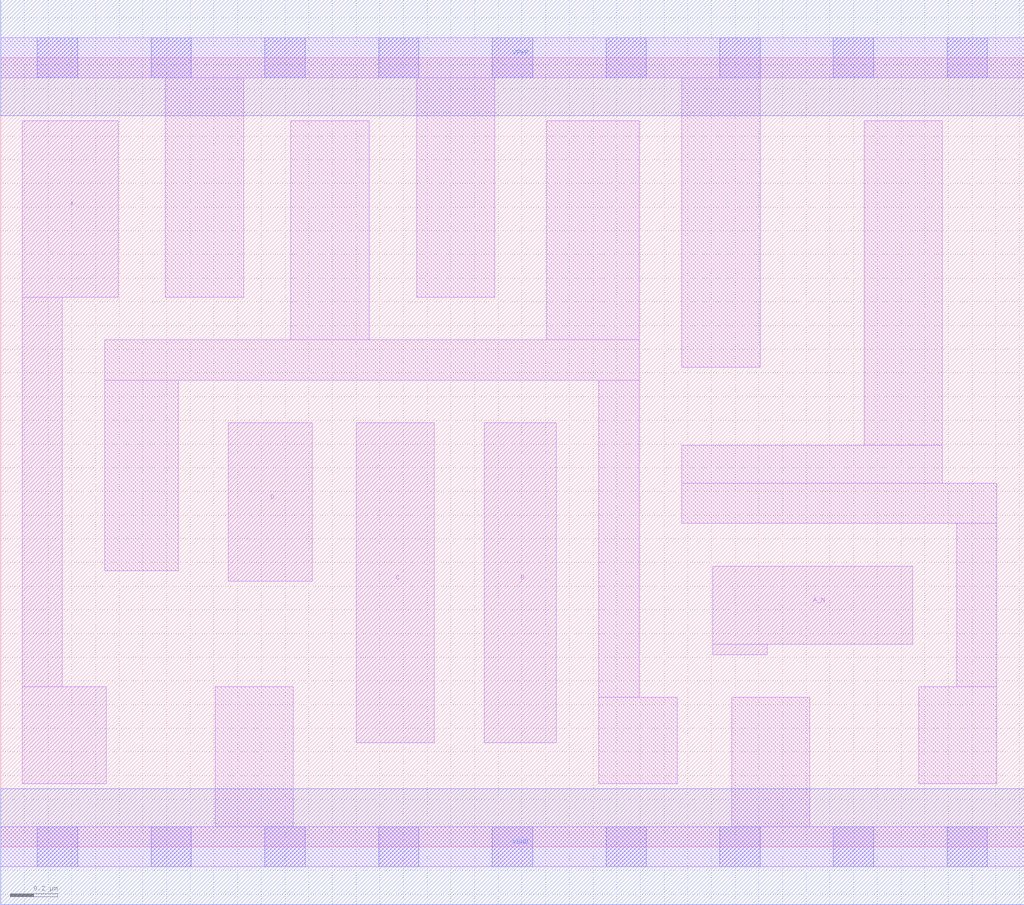
<source format=lef>
# Copyright 2020 The SkyWater PDK Authors
#
# Licensed under the Apache License, Version 2.0 (the "License");
# you may not use this file except in compliance with the License.
# You may obtain a copy of the License at
#
#     https://www.apache.org/licenses/LICENSE-2.0
#
# Unless required by applicable law or agreed to in writing, software
# distributed under the License is distributed on an "AS IS" BASIS,
# WITHOUT WARRANTIES OR CONDITIONS OF ANY KIND, either express or implied.
# See the License for the specific language governing permissions and
# limitations under the License.
#
# SPDX-License-Identifier: Apache-2.0

VERSION 5.7 ;
  NAMESCASESENSITIVE ON ;
  NOWIREEXTENSIONATPIN ON ;
  DIVIDERCHAR "/" ;
  BUSBITCHARS "[]" ;
UNITS
  DATABASE MICRONS 200 ;
END UNITS
MACRO sky130_fd_sc_lp__and4b_lp
  CLASS CORE ;
  FOREIGN sky130_fd_sc_lp__and4b_lp ;
  ORIGIN  0.000000  0.000000 ;
  SIZE  4.320000 BY  3.330000 ;
  SYMMETRY X Y R90 ;
  SITE unit ;
  PIN A_N
    ANTENNAGATEAREA  0.376000 ;
    DIRECTION INPUT ;
    USE SIGNAL ;
    PORT
      LAYER li1 ;
        RECT 3.005000 0.810000 3.235000 0.855000 ;
        RECT 3.005000 0.855000 3.850000 1.185000 ;
    END
  END A_N
  PIN B
    ANTENNAGATEAREA  0.313000 ;
    DIRECTION INPUT ;
    USE SIGNAL ;
    PORT
      LAYER li1 ;
        RECT 2.040000 0.440000 2.345000 1.790000 ;
    END
  END B
  PIN C
    ANTENNAGATEAREA  0.313000 ;
    DIRECTION INPUT ;
    USE SIGNAL ;
    PORT
      LAYER li1 ;
        RECT 1.500000 0.440000 1.830000 1.790000 ;
    END
  END C
  PIN D
    ANTENNAGATEAREA  0.313000 ;
    DIRECTION INPUT ;
    USE SIGNAL ;
    PORT
      LAYER li1 ;
        RECT 0.960000 1.120000 1.315000 1.790000 ;
    END
  END D
  PIN X
    ANTENNADIFFAREA  0.404700 ;
    DIRECTION OUTPUT ;
    USE SIGNAL ;
    PORT
      LAYER li1 ;
        RECT 0.090000 0.265000 0.445000 0.675000 ;
        RECT 0.090000 0.675000 0.260000 2.320000 ;
        RECT 0.090000 2.320000 0.495000 3.065000 ;
    END
  END X
  PIN VGND
    DIRECTION INOUT ;
    USE GROUND ;
    PORT
      LAYER met1 ;
        RECT 0.000000 -0.245000 4.320000 0.245000 ;
    END
  END VGND
  PIN VPWR
    DIRECTION INOUT ;
    USE POWER ;
    PORT
      LAYER met1 ;
        RECT 0.000000 3.085000 4.320000 3.575000 ;
    END
  END VPWR
  OBS
    LAYER li1 ;
      RECT 0.000000 -0.085000 4.320000 0.085000 ;
      RECT 0.000000  3.245000 4.320000 3.415000 ;
      RECT 0.440000  1.165000 0.750000 1.970000 ;
      RECT 0.440000  1.970000 2.695000 2.140000 ;
      RECT 0.695000  2.320000 1.025000 3.245000 ;
      RECT 0.905000  0.085000 1.235000 0.675000 ;
      RECT 1.225000  2.140000 1.555000 3.065000 ;
      RECT 1.755000  2.320000 2.085000 3.245000 ;
      RECT 2.305000  2.140000 2.695000 3.065000 ;
      RECT 2.525000  0.265000 2.855000 0.630000 ;
      RECT 2.525000  0.630000 2.695000 1.970000 ;
      RECT 2.875000  1.365000 4.205000 1.535000 ;
      RECT 2.875000  1.535000 3.975000 1.695000 ;
      RECT 2.875000  2.025000 3.205000 3.245000 ;
      RECT 3.085000  0.085000 3.415000 0.630000 ;
      RECT 3.645000  1.695000 3.975000 3.065000 ;
      RECT 3.875000  0.265000 4.205000 0.675000 ;
      RECT 4.035000  0.675000 4.205000 1.365000 ;
    LAYER mcon ;
      RECT 0.155000 -0.085000 0.325000 0.085000 ;
      RECT 0.155000  3.245000 0.325000 3.415000 ;
      RECT 0.635000 -0.085000 0.805000 0.085000 ;
      RECT 0.635000  3.245000 0.805000 3.415000 ;
      RECT 1.115000 -0.085000 1.285000 0.085000 ;
      RECT 1.115000  3.245000 1.285000 3.415000 ;
      RECT 1.595000 -0.085000 1.765000 0.085000 ;
      RECT 1.595000  3.245000 1.765000 3.415000 ;
      RECT 2.075000 -0.085000 2.245000 0.085000 ;
      RECT 2.075000  3.245000 2.245000 3.415000 ;
      RECT 2.555000 -0.085000 2.725000 0.085000 ;
      RECT 2.555000  3.245000 2.725000 3.415000 ;
      RECT 3.035000 -0.085000 3.205000 0.085000 ;
      RECT 3.035000  3.245000 3.205000 3.415000 ;
      RECT 3.515000 -0.085000 3.685000 0.085000 ;
      RECT 3.515000  3.245000 3.685000 3.415000 ;
      RECT 3.995000 -0.085000 4.165000 0.085000 ;
      RECT 3.995000  3.245000 4.165000 3.415000 ;
  END
END sky130_fd_sc_lp__and4b_lp
END LIBRARY

</source>
